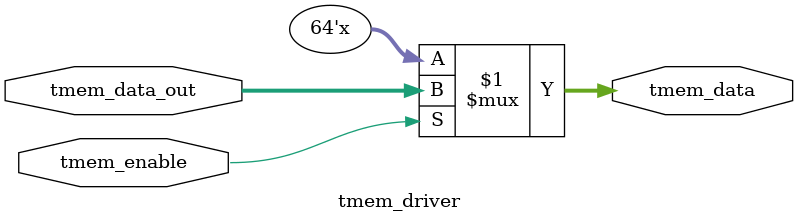
<source format=v>
module tmem_driver(tmem_data_out, tmem_enable, tmem_data);

input [63:0] tmem_data_out;
input tmem_enable;
output [63:0] tmem_data;

assign tmem_data = tmem_enable ? tmem_data_out : {64{1'bz}};

// nt01d3 b0 (.i(tmem_data_out[0]), .z(tmem_data[0]), .oe(tmem_enable));
// nt01d3 b1 (.i(tmem_data_out[1]), .z(tmem_data[1]), .oe(tmem_enable));
// nt01d3 b2 (.i(tmem_data_out[2]), .z(tmem_data[2]), .oe(tmem_enable));
// nt01d3 b3 (.i(tmem_data_out[3]), .z(tmem_data[3]), .oe(tmem_enable));
// nt01d3 b4 (.i(tmem_data_out[4]), .z(tmem_data[4]), .oe(tmem_enable));
// nt01d3 b5 (.i(tmem_data_out[5]), .z(tmem_data[5]), .oe(tmem_enable));
// nt01d3 b6 (.i(tmem_data_out[6]), .z(tmem_data[6]), .oe(tmem_enable));
// nt01d3 b7 (.i(tmem_data_out[7]), .z(tmem_data[7]), .oe(tmem_enable));
// nt01d3 b8 (.i(tmem_data_out[8]), .z(tmem_data[8]), .oe(tmem_enable));
// nt01d3 b9 (.i(tmem_data_out[9]), .z(tmem_data[9]), .oe(tmem_enable));
// nt01d3 b10 (.i(tmem_data_out[10]), .z(tmem_data[10]), .oe(tmem_enable));
// nt01d3 b11 (.i(tmem_data_out[11]), .z(tmem_data[11]), .oe(tmem_enable));
// nt01d3 b12 (.i(tmem_data_out[12]), .z(tmem_data[12]), .oe(tmem_enable));
// nt01d3 b13 (.i(tmem_data_out[13]), .z(tmem_data[13]), .oe(tmem_enable));
// nt01d3 b14 (.i(tmem_data_out[14]), .z(tmem_data[14]), .oe(tmem_enable));
// nt01d3 b15 (.i(tmem_data_out[15]), .z(tmem_data[15]), .oe(tmem_enable));
// nt01d3 b16 (.i(tmem_data_out[16]), .z(tmem_data[16]), .oe(tmem_enable));
// nt01d3 b17 (.i(tmem_data_out[17]), .z(tmem_data[17]), .oe(tmem_enable));
// nt01d3 b18 (.i(tmem_data_out[18]), .z(tmem_data[18]), .oe(tmem_enable));
// nt01d3 b19 (.i(tmem_data_out[19]), .z(tmem_data[19]), .oe(tmem_enable));
// nt01d3 b20 (.i(tmem_data_out[20]), .z(tmem_data[20]), .oe(tmem_enable));
// nt01d3 b21 (.i(tmem_data_out[21]), .z(tmem_data[21]), .oe(tmem_enable));
// nt01d3 b22 (.i(tmem_data_out[22]), .z(tmem_data[22]), .oe(tmem_enable));
// nt01d3 b23 (.i(tmem_data_out[23]), .z(tmem_data[23]), .oe(tmem_enable));
// nt01d3 b24 (.i(tmem_data_out[24]), .z(tmem_data[24]), .oe(tmem_enable));
// nt01d3 b25 (.i(tmem_data_out[25]), .z(tmem_data[25]), .oe(tmem_enable));
// nt01d3 b26 (.i(tmem_data_out[26]), .z(tmem_data[26]), .oe(tmem_enable));
// nt01d3 b27 (.i(tmem_data_out[27]), .z(tmem_data[27]), .oe(tmem_enable));
// nt01d3 b28 (.i(tmem_data_out[28]), .z(tmem_data[28]), .oe(tmem_enable));
// nt01d3 b29 (.i(tmem_data_out[29]), .z(tmem_data[29]), .oe(tmem_enable));
// nt01d3 b30 (.i(tmem_data_out[30]), .z(tmem_data[30]), .oe(tmem_enable));
// nt01d3 b31 (.i(tmem_data_out[31]), .z(tmem_data[31]), .oe(tmem_enable));
// nt01d3 b32 (.i(tmem_data_out[32]), .z(tmem_data[32]), .oe(tmem_enable));
// nt01d3 b33 (.i(tmem_data_out[33]), .z(tmem_data[33]), .oe(tmem_enable));
// nt01d3 b34 (.i(tmem_data_out[34]), .z(tmem_data[34]), .oe(tmem_enable));
// nt01d3 b35 (.i(tmem_data_out[35]), .z(tmem_data[35]), .oe(tmem_enable));
// nt01d3 b36 (.i(tmem_data_out[36]), .z(tmem_data[36]), .oe(tmem_enable));
// nt01d3 b37 (.i(tmem_data_out[37]), .z(tmem_data[37]), .oe(tmem_enable));
// nt01d3 b38 (.i(tmem_data_out[38]), .z(tmem_data[38]), .oe(tmem_enable));
// nt01d3 b39 (.i(tmem_data_out[39]), .z(tmem_data[39]), .oe(tmem_enable));
// nt01d3 b40 (.i(tmem_data_out[40]), .z(tmem_data[40]), .oe(tmem_enable));
// nt01d3 b41 (.i(tmem_data_out[41]), .z(tmem_data[41]), .oe(tmem_enable));
// nt01d3 b42 (.i(tmem_data_out[42]), .z(tmem_data[42]), .oe(tmem_enable));
// nt01d3 b43 (.i(tmem_data_out[43]), .z(tmem_data[43]), .oe(tmem_enable));
// nt01d3 b44 (.i(tmem_data_out[44]), .z(tmem_data[44]), .oe(tmem_enable));
// nt01d3 b45 (.i(tmem_data_out[45]), .z(tmem_data[45]), .oe(tmem_enable));
// nt01d3 b46 (.i(tmem_data_out[46]), .z(tmem_data[46]), .oe(tmem_enable));
// nt01d3 b47 (.i(tmem_data_out[47]), .z(tmem_data[47]), .oe(tmem_enable));
// nt01d3 b48 (.i(tmem_data_out[48]), .z(tmem_data[48]), .oe(tmem_enable));
// nt01d3 b49 (.i(tmem_data_out[49]), .z(tmem_data[49]), .oe(tmem_enable));
// nt01d3 b50 (.i(tmem_data_out[50]), .z(tmem_data[50]), .oe(tmem_enable));
// nt01d3 b51 (.i(tmem_data_out[51]), .z(tmem_data[51]), .oe(tmem_enable));
// nt01d3 b52 (.i(tmem_data_out[52]), .z(tmem_data[52]), .oe(tmem_enable));
// nt01d3 b53 (.i(tmem_data_out[53]), .z(tmem_data[53]), .oe(tmem_enable));
// nt01d3 b54 (.i(tmem_data_out[54]), .z(tmem_data[54]), .oe(tmem_enable));
// nt01d3 b55 (.i(tmem_data_out[55]), .z(tmem_data[55]), .oe(tmem_enable));
// nt01d3 b56 (.i(tmem_data_out[56]), .z(tmem_data[56]), .oe(tmem_enable));
// nt01d3 b57 (.i(tmem_data_out[57]), .z(tmem_data[57]), .oe(tmem_enable));
// nt01d3 b58 (.i(tmem_data_out[58]), .z(tmem_data[58]), .oe(tmem_enable));
// nt01d3 b59 (.i(tmem_data_out[59]), .z(tmem_data[59]), .oe(tmem_enable));
// nt01d3 b60 (.i(tmem_data_out[60]), .z(tmem_data[60]), .oe(tmem_enable));
// nt01d3 b61 (.i(tmem_data_out[61]), .z(tmem_data[61]), .oe(tmem_enable));
// nt01d3 b62 (.i(tmem_data_out[62]), .z(tmem_data[62]), .oe(tmem_enable));
// nt01d3 b63 (.i(tmem_data_out[63]), .z(tmem_data[63]), .oe(tmem_enable));

endmodule

</source>
